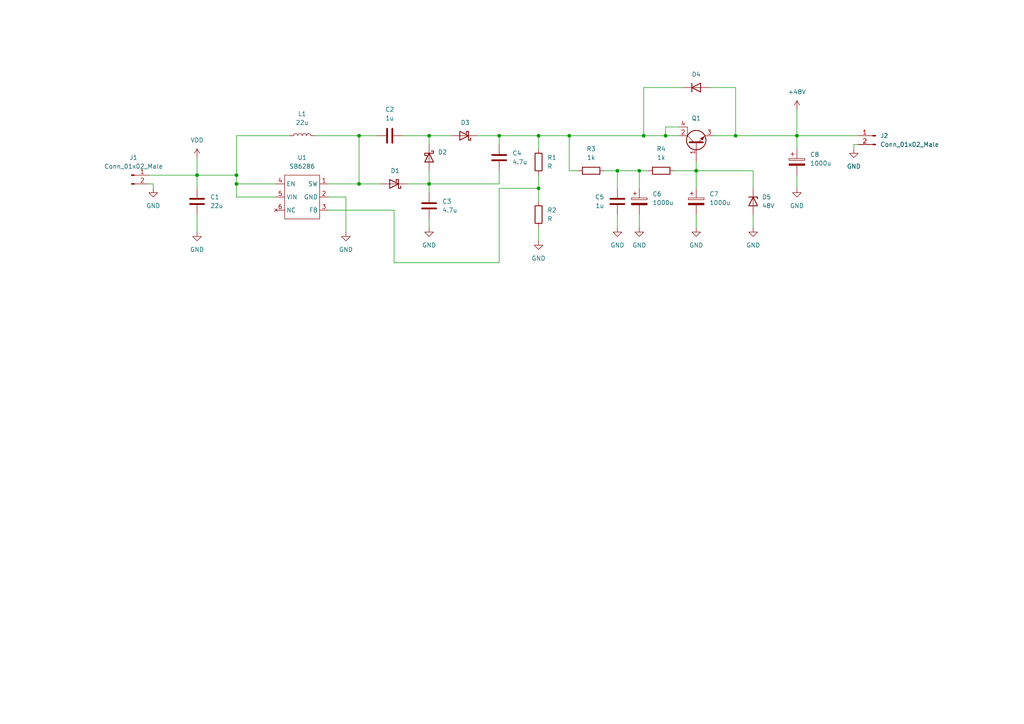
<source format=kicad_sch>
(kicad_sch (version 20211123) (generator eeschema)
  (paper "A4")
  (lib_symbols
    (symbol "Connector:Conn_01x02_Male" (pin_names (offset 1.016) hide)
      (property "Reference" "J" (at 0 2.54 0))
      (property "Value" "Conn_01x02_Male" (at 0 -5.08 0))
      (symbol "Conn_01x02_Male_1_1"
        (polyline (pts (xy 1.27 -2.54) (xy 0.8636 -2.54)) (stroke (width 0.1524)))
        (polyline (pts (xy 1.27 0) (xy 0.8636 0)) (stroke (width 0.1524)))
        (rectangle (start 0.8636 -2.413) (end 0 -2.667) (stroke (width 0.1524)) (fill (type outline)))
        (rectangle (start 0.8636 0.127) (end 0 -0.127) (stroke (width 0.1524)) (fill (type outline)))
        (pin passive line (at 5.08 0 180) (length 3.81) (name "Pin_1") (number "1"))
        (pin passive line (at 5.08 -2.54 180) (length 3.81) (name "Pin_2") (number "2"))
      )
    )
    (symbol "Device:C" (pin_numbers hide) (pin_names (offset 0.254))
      (property "Reference" "C" (at 0.635 2.54 0))
      (property "Value" "C" (at 0.635 -2.54 0))
      (symbol "C_0_1"
        (polyline (pts (xy -2.032 -0.762) (xy 2.032 -0.762)) (stroke (width 0.508)))
        (polyline (pts (xy -2.032 0.762) (xy 2.032 0.762)) (stroke (width 0.508)))
      )
      (symbol "C_1_1"
        (pin passive line (at 0 3.81 270) (length 2.794) (name "~") (number "1"))
        (pin passive line (at 0 -3.81 90) (length 2.794) (name "~") (number "2"))
      )
    )
    (symbol "Device:C_Polarized" (pin_numbers hide) (pin_names (offset 0.254))
      (property "Reference" "C" (at 0.635 2.54 0))
      (property "Value" "C_Polarized" (at 0.635 -2.54 0))
      (symbol "C_Polarized_0_1"
        (rectangle (start -2.286 0.508) (end 2.286 1.016))
        (polyline (pts (xy -1.778 2.286) (xy -0.762 2.286)))
        (polyline (pts (xy -1.27 2.794) (xy -1.27 1.778)))
        (rectangle (start 2.286 -0.508) (end -2.286 -1.016) (fill (type outline)))
      )
      (symbol "C_Polarized_1_1"
        (pin passive line (at 0 3.81 270) (length 2.794) (name "~") (number "1"))
        (pin passive line (at 0 -3.81 90) (length 2.794) (name "~") (number "2"))
      )
    )
    (symbol "Device:D" (pin_numbers hide) (pin_names (offset 1.016) hide)
      (property "Reference" "D" (at 0 2.54 0))
      (property "Value" "D" (at 0 -2.54 0))
      (symbol "D_0_1"
        (polyline (pts (xy -1.27 1.27) (xy -1.27 -1.27)) (stroke (width 0.254)))
        (polyline (pts (xy 1.27 0) (xy -1.27 0)))
        (polyline (pts (xy 1.27 1.27) (xy 1.27 -1.27) (xy -1.27 0) (xy 1.27 1.27)) (stroke (width 0.254)))
      )
      (symbol "D_1_1"
        (pin passive line (at -3.81 0 0) (length 2.54) (name "K") (number "1"))
        (pin passive line (at 3.81 0 180) (length 2.54) (name "A") (number "2"))
      )
    )
    (symbol "Device:D_Schottky" (pin_numbers hide) (pin_names (offset 1.016) hide)
      (property "Reference" "D" (at 0 2.54 0))
      (property "Value" "D_Schottky" (at 0 -2.54 0))
      (symbol "D_Schottky_0_1"
        (polyline (pts (xy 1.27 0) (xy -1.27 0)))
        (polyline (pts (xy 1.27 1.27) (xy 1.27 -1.27) (xy -1.27 0) (xy 1.27 1.27)) (stroke (width 0.254)))
        (polyline (pts (xy -1.905 0.635) (xy -1.905 1.27) (xy -1.27 1.27) (xy -1.27 -1.27) (xy -0.635 -1.27) (xy -0.635 -0.635)) (stroke (width 0.254)))
      )
      (symbol "D_Schottky_1_1"
        (pin passive line (at -3.81 0 0) (length 2.54) (name "K") (number "1"))
        (pin passive line (at 3.81 0 180) (length 2.54) (name "A") (number "2"))
      )
    )
    (symbol "Device:D_Zener" (pin_numbers hide) (pin_names (offset 1.016) hide)
      (property "Reference" "D" (at 0 2.54 0))
      (property "Value" "D_Zener" (at 0 -2.54 0))
      (symbol "D_Zener_0_1"
        (polyline (pts (xy 1.27 0) (xy -1.27 0)))
        (polyline (pts (xy -1.27 -1.27) (xy -1.27 1.27) (xy -0.762 1.27)) (stroke (width 0.254)))
        (polyline (pts (xy 1.27 -1.27) (xy 1.27 1.27) (xy -1.27 0) (xy 1.27 -1.27)) (stroke (width 0.254)))
      )
      (symbol "D_Zener_1_1"
        (pin passive line (at -3.81 0 0) (length 2.54) (name "K") (number "1"))
        (pin passive line (at 3.81 0 180) (length 2.54) (name "A") (number "2"))
      )
    )
    (symbol "Device:L" (pin_numbers hide) (pin_names (offset 1.016) hide)
      (property "Reference" "L" (at -1.27 0 90))
      (property "Value" "L" (at 1.905 0 90))
      (symbol "L_0_1"
        (arc (start 0 -2.54) (mid 0.635 -1.905) (end 0 -1.27))
        (arc (start 0 -1.27) (mid 0.635 -0.635) (end 0 0))
        (arc (start 0 0) (mid 0.635 0.635) (end 0 1.27))
        (arc (start 0 1.27) (mid 0.635 1.905) (end 0 2.54))
      )
      (symbol "L_1_1"
        (pin passive line (at 0 3.81 270) (length 1.27) (name "1") (number "1"))
        (pin passive line (at 0 -3.81 90) (length 1.27) (name "2") (number "2"))
      )
    )
    (symbol "Device:Q_NPN_BCEC" (pin_names (offset 0) hide)
      (property "Reference" "Q" (at 5.08 1.27 0))
      (property "Value" "Q_NPN_BCEC" (at 5.08 -1.27 0))
      (symbol "Q_NPN_BCEC_0_1"
        (polyline (pts (xy 0.635 0.635) (xy 2.54 2.54)))
        (polyline (pts (xy 2.54 2.54) (xy 5.08 2.54)))
        (polyline (pts (xy 0.635 -0.635) (xy 2.54 -2.54) (xy 2.54 -2.54)))
        (polyline (pts (xy 0.635 1.905) (xy 0.635 -1.905) (xy 0.635 -1.905)) (stroke (width 0.508)))
        (polyline (pts (xy 1.27 -1.778) (xy 1.778 -1.27) (xy 2.286 -2.286) (xy 1.27 -1.778) (xy 1.27 -1.778)) (fill (type outline)))
        (circle (center 1.27 0) (radius 2.8194) (stroke (width 0.254)))
      )
      (symbol "Q_NPN_BCEC_1_1"
        (pin input line (at -5.08 0 0) (length 5.715) (name "B") (number "1"))
        (pin passive line (at 2.54 5.08 270) (length 2.54) (name "C") (number "2"))
        (pin passive line (at 2.54 -5.08 90) (length 2.54) (name "E") (number "3"))
        (pin passive line (at 5.08 5.08 270) (length 2.54) (name "C") (number "4"))
      )
    )
    (symbol "Device:R" (pin_numbers hide) (pin_names (offset 0))
      (property "Reference" "R" (at 2.032 0 90))
      (property "Value" "R" (at 0 0 90))
      (symbol "R_0_1"
        (rectangle (start -1.016 -2.54) (end 1.016 2.54) (stroke (width 0.254)))
      )
      (symbol "R_1_1"
        (pin passive line (at 0 3.81 270) (length 1.27) (name "~") (number "1"))
        (pin passive line (at 0 -3.81 90) (length 1.27) (name "~") (number "2"))
      )
    )
    (symbol "Infinus Electronics:SB6286"
      (property "Reference" "U" (at 0 -1.27 0))
      (property "Value" "SB6286" (at 0 1.27 0))
      (symbol "SB6286_0_1"
        (rectangle (start -5.08 -3.81) (end 5.08 -16.51))
      )
      (symbol "SB6286_1_1"
        (pin open_collector line (at -7.62 -6.35 0) (length 2.54) (name "SW") (number "1"))
        (pin power_in line (at -7.62 -10.16 0) (length 2.54) (name "GND") (number "2"))
        (pin input line (at -7.62 -13.97 0) (length 2.54) (name "FB") (number "3"))
        (pin input line (at 7.62 -6.35 180) (length 2.54) (name "EN") (number "4"))
        (pin power_in line (at 7.62 -10.16 180) (length 2.54) (name "VIN") (number "5"))
        (pin no_connect line (at 7.62 -13.97 180) (length 2.54) (name "NC") (number "6"))
      )
    )
    (symbol "power:+48V" (power) (pin_names (offset 0))
      (property "Value" "+48V" (at 0 3.556 0))
      (symbol "+48V_0_1"
        (polyline (pts (xy -0.762 1.27) (xy 0 2.54)))
        (polyline (pts (xy 0 0) (xy 0 2.54)))
        (polyline (pts (xy 0 2.54) (xy 0.762 1.27)))
      )
      (symbol "+48V_1_1"
        (pin power_in line (at 0 0 90) (length 0) hide (name "+48V") (number "1"))
      )
    )
    (symbol "power:GND" (power) (pin_names (offset 0))
      (property "Value" "GND" (at 0 -3.81 0))
      (symbol "GND_0_1"
        (polyline (pts (xy 0 0) (xy 0 -1.27) (xy 1.27 -1.27) (xy 0 -2.54) (xy -1.27 -1.27) (xy 0 -1.27)))
      )
      (symbol "GND_1_1"
        (pin power_in line (at 0 0 270) (length 0) hide (name "GND") (number "1"))
      )
    )
    (symbol "power:VDD" (power) (pin_names (offset 0))
      (property "Value" "VDD" (at 0 3.81 0))
      (symbol "VDD_0_1"
        (polyline (pts (xy -0.762 1.27) (xy 0 2.54)))
        (polyline (pts (xy 0 0) (xy 0 2.54)))
        (polyline (pts (xy 0 2.54) (xy 0.762 1.27)))
      )
      (symbol "VDD_1_1"
        (pin power_in line (at 0 0 90) (length 0) hide (name "VDD") (number "1"))
      )
    )
  )
  (junction (at 104.14 39.37))
  (junction (at 144.78 39.37))
  (junction (at 156.21 39.37))
  (junction (at 57.15 50.8))
  (junction (at 213.36 39.37))
  (junction (at 68.58 53.34))
  (junction (at 124.46 53.34))
  (junction (at 201.93 49.53))
  (junction (at 185.42 49.53))
  (junction (at 124.46 39.37))
  (junction (at 186.69 39.37))
  (junction (at 104.14 53.34))
  (junction (at 165.1 39.37))
  (junction (at 179.07 49.53))
  (junction (at 68.58 50.8))
  (junction (at 231.14 39.37))
  (junction (at 193.04 39.37))
  (junction (at 156.21 54.61))
  (wire (pts (xy 156.21 39.37) (xy 144.78 39.37)))
  (wire (pts (xy 196.85 36.83) (xy 193.04 36.83)))
  (wire (pts (xy 100.33 57.15) (xy 95.25 57.15)))
  (wire (pts (xy 179.07 49.53) (xy 185.42 49.53)))
  (wire (pts (xy 167.64 49.53) (xy 165.1 49.53)))
  (wire (pts (xy 185.42 62.23) (xy 185.42 66.04)))
  (wire (pts (xy 248.92 41.91) (xy 247.65 41.91)))
  (wire (pts (xy 118.11 53.34) (xy 124.46 53.34)))
  (wire (pts (xy 213.36 39.37) (xy 213.36 25.4)))
  (wire (pts (xy 43.18 53.34) (xy 44.45 53.34)))
  (wire (pts (xy 156.21 43.18) (xy 156.21 39.37)))
  (wire (pts (xy 124.46 39.37) (xy 124.46 41.91)))
  (wire (pts (xy 156.21 54.61) (xy 144.78 54.61)))
  (wire (pts (xy 185.42 49.53) (xy 187.96 49.53)))
  (wire (pts (xy 57.15 50.8) (xy 57.15 54.61)))
  (wire (pts (xy 156.21 54.61) (xy 156.21 58.42)))
  (wire (pts (xy 68.58 39.37) (xy 68.58 50.8)))
  (wire (pts (xy 83.82 39.37) (xy 68.58 39.37)))
  (wire (pts (xy 201.93 49.53) (xy 201.93 54.61)))
  (wire (pts (xy 80.01 57.15) (xy 68.58 57.15)))
  (wire (pts (xy 185.42 49.53) (xy 185.42 54.61)))
  (wire (pts (xy 231.14 50.8) (xy 231.14 54.61)))
  (wire (pts (xy 231.14 39.37) (xy 231.14 43.18)))
  (wire (pts (xy 175.26 49.53) (xy 179.07 49.53)))
  (wire (pts (xy 144.78 53.34) (xy 124.46 53.34)))
  (wire (pts (xy 193.04 39.37) (xy 196.85 39.37)))
  (wire (pts (xy 186.69 39.37) (xy 186.69 25.4)))
  (wire (pts (xy 43.18 50.8) (xy 57.15 50.8)))
  (wire (pts (xy 231.14 39.37) (xy 248.92 39.37)))
  (wire (pts (xy 104.14 39.37) (xy 109.22 39.37)))
  (wire (pts (xy 68.58 53.34) (xy 80.01 53.34)))
  (wire (pts (xy 179.07 49.53) (xy 179.07 54.61)))
  (wire (pts (xy 144.78 39.37) (xy 138.43 39.37)))
  (wire (pts (xy 156.21 50.8) (xy 156.21 54.61)))
  (wire (pts (xy 205.74 25.4) (xy 213.36 25.4)))
  (wire (pts (xy 124.46 63.5) (xy 124.46 66.04)))
  (wire (pts (xy 104.14 39.37) (xy 104.14 53.34)))
  (wire (pts (xy 218.44 49.53) (xy 201.93 49.53)))
  (wire (pts (xy 156.21 66.04) (xy 156.21 69.85)))
  (wire (pts (xy 116.84 39.37) (xy 124.46 39.37)))
  (wire (pts (xy 114.3 60.96) (xy 95.25 60.96)))
  (wire (pts (xy 156.21 39.37) (xy 165.1 39.37)))
  (wire (pts (xy 231.14 39.37) (xy 231.14 31.75)))
  (wire (pts (xy 165.1 39.37) (xy 186.69 39.37)))
  (wire (pts (xy 104.14 53.34) (xy 110.49 53.34)))
  (wire (pts (xy 144.78 41.91) (xy 144.78 39.37)))
  (wire (pts (xy 207.01 39.37) (xy 213.36 39.37)))
  (wire (pts (xy 100.33 67.31) (xy 100.33 57.15)))
  (wire (pts (xy 144.78 54.61) (xy 144.78 76.2)))
  (wire (pts (xy 218.44 54.61) (xy 218.44 49.53)))
  (wire (pts (xy 124.46 53.34) (xy 124.46 49.53)))
  (wire (pts (xy 91.44 39.37) (xy 104.14 39.37)))
  (wire (pts (xy 213.36 39.37) (xy 231.14 39.37)))
  (wire (pts (xy 186.69 25.4) (xy 198.12 25.4)))
  (wire (pts (xy 57.15 62.23) (xy 57.15 67.31)))
  (wire (pts (xy 104.14 53.34) (xy 95.25 53.34)))
  (wire (pts (xy 218.44 62.23) (xy 218.44 66.04)))
  (wire (pts (xy 201.93 49.53) (xy 201.93 46.99)))
  (wire (pts (xy 186.69 39.37) (xy 193.04 39.37)))
  (wire (pts (xy 57.15 45.72) (xy 57.15 50.8)))
  (wire (pts (xy 201.93 62.23) (xy 201.93 66.04)))
  (wire (pts (xy 193.04 36.83) (xy 193.04 39.37)))
  (wire (pts (xy 124.46 39.37) (xy 130.81 39.37)))
  (wire (pts (xy 68.58 50.8) (xy 57.15 50.8)))
  (wire (pts (xy 144.78 76.2) (xy 114.3 76.2)))
  (wire (pts (xy 179.07 62.23) (xy 179.07 66.04)))
  (wire (pts (xy 195.58 49.53) (xy 201.93 49.53)))
  (wire (pts (xy 44.45 53.34) (xy 44.45 54.61)))
  (wire (pts (xy 68.58 53.34) (xy 68.58 50.8)))
  (wire (pts (xy 68.58 57.15) (xy 68.58 53.34)))
  (wire (pts (xy 114.3 76.2) (xy 114.3 60.96)))
  (wire (pts (xy 165.1 49.53) (xy 165.1 39.37)))
  (wire (pts (xy 144.78 49.53) (xy 144.78 53.34)))
  (wire (pts (xy 124.46 53.34) (xy 124.46 55.88)))
  (wire (pts (xy 247.65 41.91) (xy 247.65 43.18)))
  (symbol (lib_id "power:GND") (at 44.45 54.61 0) (unit 1)
    (property "Reference" "#PWR0101" (effects hide))
    (property "Value" "GND" (at 44.45 59.69 0))
  )
  (symbol (lib_id "Device:C_Polarized") (at 231.14 46.99 0) (unit 1)
    (property "Reference" "C8" (at 234.95 44.8309 0) (effects (justify left)))
    (property "Value" "1000u" (at 234.95 47.3709 0) (effects (justify left)))
    (property "Footprint" "Capacitor_THT:CP_Radial_D10.0mm_P5.00mm_P7.50mm" (effects hide))
  )
  (symbol (lib_id "Device:D_Zener") (at 218.44 58.42 270) (unit 1)
    (property "Reference" "D5" (at 220.98 57.1499 90) (effects (justify left)))
    (property "Value" "48V" (at 220.98 59.6899 90) (effects (justify left)))
    (property "Footprint" "Diode_SMD:D_MiniMELF_Handsoldering" (effects hide))
  )
  (symbol (lib_id "power:GND") (at 57.15 67.31 0) (unit 1)
    (property "Reference" "#PWR02" (effects hide))
    (property "Value" "GND" (at 57.15 72.39 0))
  )
  (symbol (lib_id "Infinus Electronics:SB6286") (at 87.63 46.99 0) (mirror y) (unit 1)
    (property "Reference" "U1" (at 87.63 45.72 0))
    (property "Value" "SB6286" (at 87.63 48.26 0))
    (property "Footprint" "Package_TO_SOT_SMD:SOT-23-6_Handsoldering" (effects hide))
  )
  (symbol (lib_id "Device:C") (at 124.46 59.69 180) (unit 1)
    (property "Reference" "C3" (at 128.27 58.4199 0) (effects (justify right)))
    (property "Value" "4.7u" (at 128.27 60.9599 0) (effects (justify right)))
    (property "Footprint" "Capacitor_SMD:C_0805_2012Metric_Pad1.18x1.45mm_HandSolder" (effects hide))
  )
  (symbol (lib_id "power:VDD") (at 57.15 45.72 0) (unit 1)
    (property "Reference" "#PWR01" (effects hide))
    (property "Value" "VDD" (at 57.15 40.64 0))
  )
  (symbol (lib_id "power:GND") (at 156.21 69.85 0) (unit 1)
    (property "Reference" "#PWR05" (effects hide))
    (property "Value" "GND" (at 156.21 74.93 0))
  )
  (symbol (lib_id "power:GND") (at 124.46 66.04 0) (unit 1)
    (property "Reference" "#PWR04" (effects hide))
    (property "Value" "GND" (at 124.46 71.12 0))
  )
  (symbol (lib_id "Device:C_Polarized") (at 185.42 58.42 0) (unit 1)
    (property "Reference" "C6" (at 189.23 56.2609 0) (effects (justify left)))
    (property "Value" "1000u" (at 189.23 58.8009 0) (effects (justify left)))
    (property "Footprint" "Capacitor_THT:CP_Radial_D10.0mm_P5.00mm_P7.50mm" (effects hide))
  )
  (symbol (lib_id "power:GND") (at 247.65 43.18 0) (unit 1)
    (property "Reference" "#PWR0102" (effects hide))
    (property "Value" "GND" (at 247.65 48.26 0))
  )
  (symbol (lib_id "Device:D_Schottky") (at 124.46 45.72 270) (unit 1)
    (property "Reference" "D2" (at 127 44.1324 90) (effects (justify left)))
    (property "Value" "D_Schottky" (effects hide))
    (property "Footprint" "Diode_SMD:D_SMA_Handsoldering" (effects hide))
  )
  (symbol (lib_id "Connector:Conn_01x02_Male") (at 38.1 50.8 0) (unit 1)
    (property "Reference" "J1" (at 38.735 45.72 0))
    (property "Value" "Conn_01x02_Male" (at 38.735 48.26 0))
    (property "Footprint" "Connector_PinHeader_2.54mm:PinHeader_1x02_P2.54mm_Vertical" (effects hide))
  )
  (symbol (lib_id "Device:L") (at 87.63 39.37 90) (unit 1)
    (property "Reference" "L1" (at 87.63 33.02 90))
    (property "Value" "22u" (at 87.63 35.56 90))
    (property "Footprint" "Inductor_SMD:L_10.4x10.4_H4.8" (effects hide))
  )
  (symbol (lib_id "Device:R") (at 171.45 49.53 90) (unit 1)
    (property "Reference" "R3" (at 171.45 43.18 90))
    (property "Value" "1k" (at 171.45 45.72 90))
    (property "Footprint" "Resistor_SMD:R_0805_2012Metric_Pad1.20x1.40mm_HandSolder" (effects hide))
  )
  (symbol (lib_id "Device:R") (at 156.21 62.23 0) (unit 1)
    (property "Reference" "R2" (at 158.75 60.9599 0) (effects (justify left)))
    (property "Value" "R" (at 158.75 63.4999 0) (effects (justify left)))
    (property "Footprint" "Resistor_SMD:R_0805_2012Metric_Pad1.20x1.40mm_HandSolder" (effects hide))
  )
  (symbol (lib_id "Device:C") (at 57.15 58.42 0) (unit 1)
    (property "Reference" "C1" (at 60.96 57.1499 0) (effects (justify left)))
    (property "Value" "22u" (at 60.96 59.6899 0) (effects (justify left)))
    (property "Footprint" "Capacitor_SMD:C_0805_2012Metric_Pad1.18x1.45mm_HandSolder" (effects hide))
  )
  (symbol (lib_id "Device:R") (at 156.21 46.99 0) (unit 1)
    (property "Reference" "R1" (at 158.75 45.7199 0) (effects (justify left)))
    (property "Value" "R" (at 158.75 48.2599 0) (effects (justify left)))
    (property "Footprint" "Resistor_SMD:R_0805_2012Metric_Pad1.20x1.40mm_HandSolder" (effects hide))
  )
  (symbol (lib_id "power:GND") (at 201.93 66.04 0) (unit 1)
    (property "Reference" "#PWR08" (effects hide))
    (property "Value" "GND" (at 201.93 71.12 0))
  )
  (symbol (lib_id "Device:R") (at 191.77 49.53 90) (unit 1)
    (property "Reference" "R4" (at 191.77 43.18 90))
    (property "Value" "1k" (at 191.77 45.72 90))
    (property "Footprint" "Resistor_SMD:R_0805_2012Metric_Pad1.20x1.40mm_HandSolder" (effects hide))
  )
  (symbol (lib_id "Device:D_Schottky") (at 114.3 53.34 180) (unit 1)
    (property "Reference" "D1" (at 114.6175 49.53 0))
    (property "Value" "D_Schottky" (effects hide))
    (property "Footprint" "Diode_SMD:D_SMA_Handsoldering" (effects hide))
  )
  (symbol (lib_id "power:GND") (at 185.42 66.04 0) (unit 1)
    (property "Reference" "#PWR07" (effects hide))
    (property "Value" "GND" (at 185.42 71.12 0))
  )
  (symbol (lib_id "power:GND") (at 231.14 54.61 0) (unit 1)
    (property "Reference" "#PWR011" (effects hide))
    (property "Value" "GND" (at 231.14 59.69 0))
  )
  (symbol (lib_id "power:GND") (at 100.33 67.31 0) (unit 1)
    (property "Reference" "#PWR03" (effects hide))
    (property "Value" "GND" (at 100.33 72.39 0))
  )
  (symbol (lib_id "power:GND") (at 218.44 66.04 0) (unit 1)
    (property "Reference" "#PWR09" (effects hide))
    (property "Value" "GND" (at 218.44 71.12 0))
  )
  (symbol (lib_id "Device:D_Schottky") (at 134.62 39.37 180) (unit 1)
    (property "Reference" "D3" (at 134.9375 35.56 0))
    (property "Value" "D_Schottky" (effects hide))
    (property "Footprint" "Diode_SMD:D_SMA_Handsoldering" (effects hide))
  )
  (symbol (lib_id "Device:Q_NPN_BCEC") (at 201.93 41.91 90) (unit 1)
    (property "Reference" "Q1" (at 201.93 34.29 90))
    (property "Value" "Q_NPN_BCEC" (effects hide))
    (property "Footprint" "Package_TO_SOT_SMD:TO-252-3_TabPin4" (effects hide))
  )
  (symbol (lib_id "power:GND") (at 179.07 66.04 0) (unit 1)
    (property "Reference" "#PWR06" (effects hide))
    (property "Value" "GND" (at 179.07 71.12 0))
  )
  (symbol (lib_id "Device:C") (at 179.07 58.42 0) (unit 1)
    (property "Reference" "C5" (at 175.26 57.1499 0) (effects (justify right)))
    (property "Value" "1u" (at 175.26 59.6899 0) (effects (justify right)))
    (property "Footprint" "Capacitor_SMD:C_0603_1608Metric_Pad1.08x0.95mm_HandSolder" (effects hide))
  )
  (symbol (lib_id "Connector:Conn_01x02_Male") (at 254 39.37 0) (mirror y) (unit 1)
    (property "Reference" "J2" (at 255.27 39.3699 0) (effects (justify right)))
    (property "Value" "Conn_01x02_Male" (at 255.27 41.9099 0) (effects (justify right)))
    (property "Footprint" "Connector_PinHeader_2.54mm:PinHeader_1x02_P2.54mm_Vertical" (effects hide))
  )
  (symbol (lib_id "Device:C") (at 113.03 39.37 90) (unit 1)
    (property "Reference" "C2" (at 113.03 31.75 90))
    (property "Value" "1u" (at 113.03 34.29 90))
    (property "Footprint" "Capacitor_SMD:C_0603_1608Metric_Pad1.08x0.95mm_HandSolder" (effects hide))
  )
  (symbol (lib_id "Device:C") (at 144.78 45.72 180) (unit 1)
    (property "Reference" "C4" (at 148.59 44.4499 0) (effects (justify right)))
    (property "Value" "4.7u" (at 148.59 46.9899 0) (effects (justify right)))
    (property "Footprint" "Capacitor_SMD:C_0805_2012Metric_Pad1.18x1.45mm_HandSolder" (effects hide))
  )
  (symbol (lib_id "Device:C_Polarized") (at 201.93 58.42 0) (unit 1)
    (property "Reference" "C7" (at 205.74 56.2609 0) (effects (justify left)))
    (property "Value" "1000u" (at 205.74 58.8009 0) (effects (justify left)))
    (property "Footprint" "Capacitor_THT:CP_Radial_D10.0mm_P5.00mm_P7.50mm" (effects hide))
  )
  (symbol (lib_id "Device:D") (at 201.93 25.4 0) (unit 1)
    (property "Reference" "D4" (at 201.93 21.59 0))
    (property "Value" "D" (effects hide))
    (property "Footprint" "Diode_SMD:D_SMA_Handsoldering" (effects hide))
  )
  (symbol (lib_id "power:+48V") (at 231.14 31.75 0) (unit 1)
    (property "Reference" "#PWR010" (effects hide))
    (property "Value" "+48V" (at 231.14 26.67 0))
  )
)
</source>
